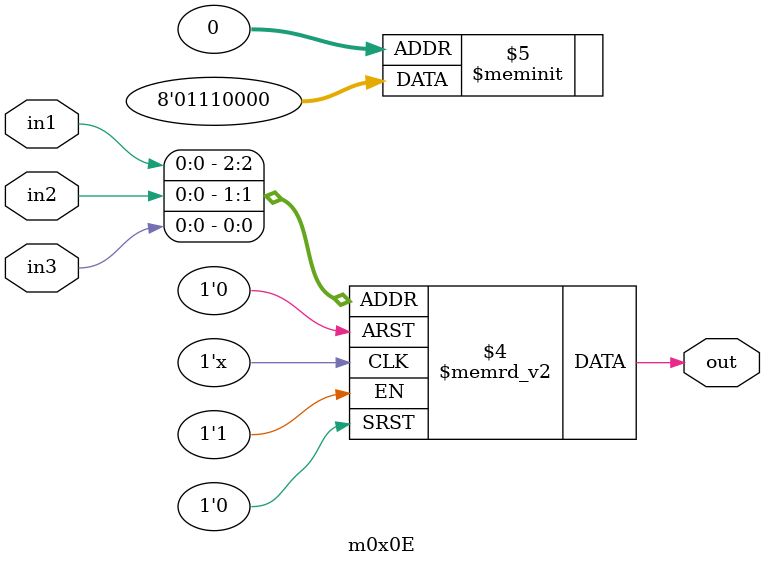
<source format=v>
module m0x0E(output out, input in1, in2, in3);

   always @(in1, in2, in3)
     begin
        case({in1, in2, in3})
          3'b000: {out} = 1'b0;
          3'b001: {out} = 1'b0;
          3'b010: {out} = 1'b0;
          3'b011: {out} = 1'b0;
          3'b100: {out} = 1'b1;
          3'b101: {out} = 1'b1;
          3'b110: {out} = 1'b1;
          3'b111: {out} = 1'b0;
        endcase // case ({in1, in2, in3})
     end // always @ (in1, in2, in3)

endmodule // m0x0E
</source>
